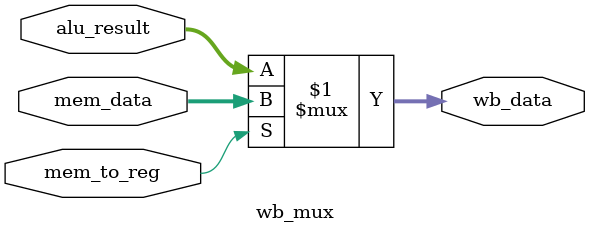
<source format=v>
module wb_mux (
    input  wire [31:0] alu_result,
    input  wire [31:0] mem_data,
    input  wire        mem_to_reg,
    output wire [31:0] wb_data
);

assign wb_data = mem_to_reg ? mem_data : alu_result;

endmodule


</source>
